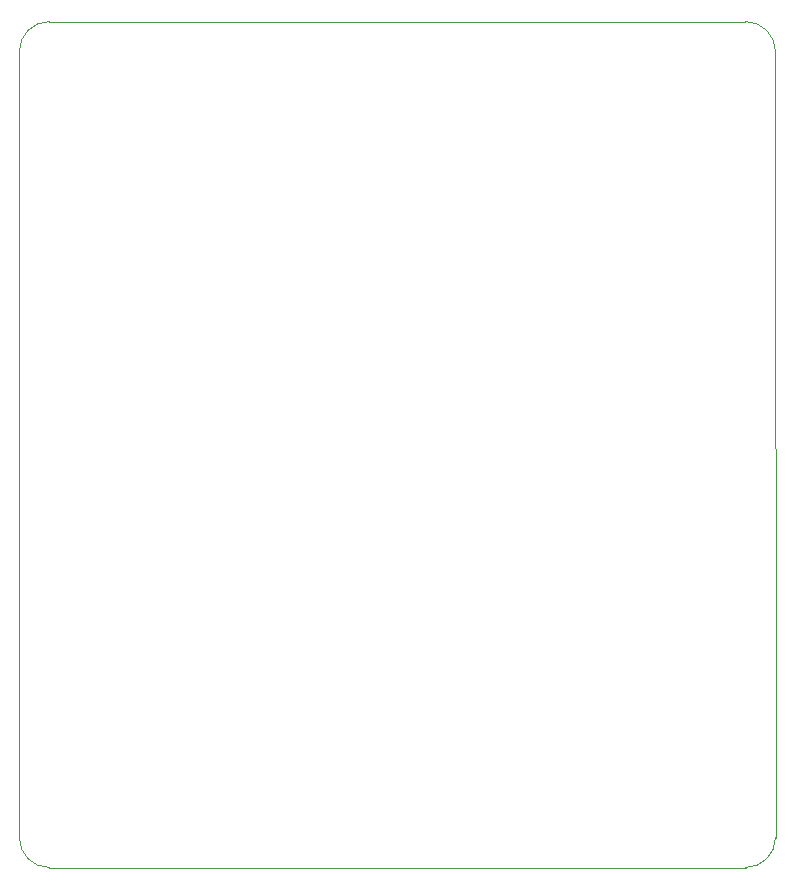
<source format=gm1>
G04 #@! TF.GenerationSoftware,KiCad,Pcbnew,5.99.0-unknown-9f841da98e~134~ubuntu20.04.1*
G04 #@! TF.CreationDate,2021-11-20T10:06:44+01:00*
G04 #@! TF.ProjectId,master-wt32,6d617374-6572-42d7-9774-33322e6b6963,rev?*
G04 #@! TF.SameCoordinates,PX3a22d00PY8062360*
G04 #@! TF.FileFunction,Profile,NP*
%FSLAX46Y46*%
G04 Gerber Fmt 4.6, Leading zero omitted, Abs format (unit mm)*
G04 Created by KiCad (PCBNEW 5.99.0-unknown-9f841da98e~134~ubuntu20.04.1) date 2021-11-20 10:06:44*
%MOMM*%
%LPD*%
G01*
G04 APERTURE LIST*
G04 #@! TA.AperFunction,Profile*
%ADD10C,0.050000*%
G04 #@! TD*
G04 APERTURE END LIST*
D10*
X63500000Y-57912000D02*
G75*
G02*
X66040000Y-55372000I2540000J0D01*
G01*
X66040000Y-127000000D02*
X124992200Y-127000000D01*
X63500000Y-124460000D02*
X63500000Y-57912000D01*
X127532200Y-124460000D02*
G75*
G02*
X124992200Y-127000000I-2540000J0D01*
G01*
X66040000Y-55372000D02*
X124990000Y-55372000D01*
X124990000Y-55372000D02*
G75*
G02*
X127530000Y-57912000I0J-2540000D01*
G01*
X127530000Y-57912000D02*
X127532200Y-124460000D01*
X66040000Y-127000000D02*
G75*
G02*
X63500000Y-124460000I0J2540000D01*
G01*
M02*

</source>
